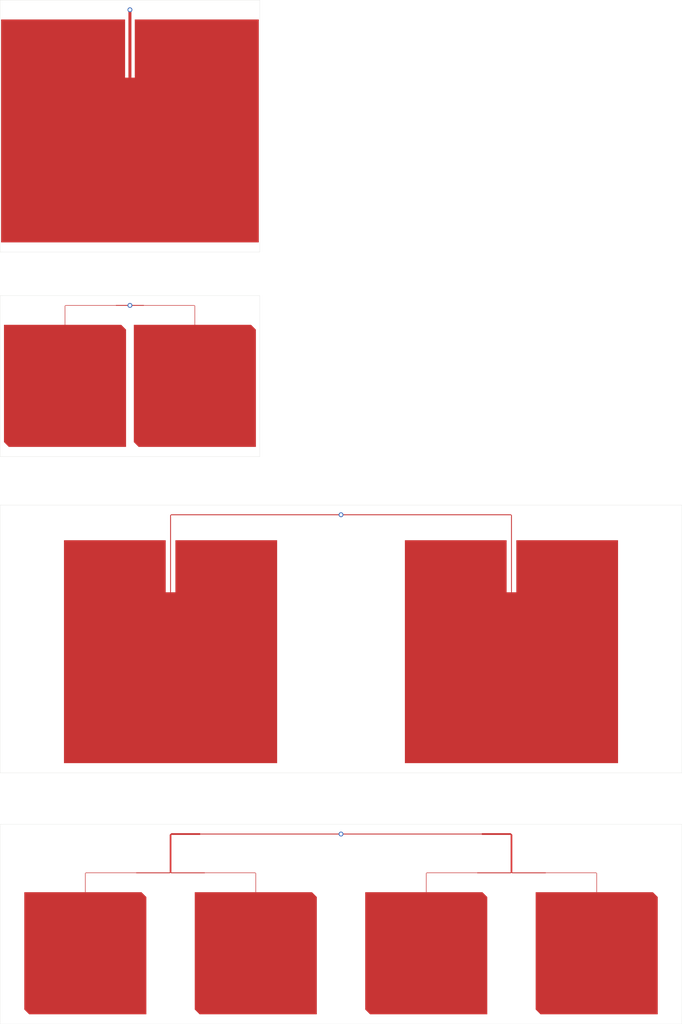
<source format=kicad_pcb>
(kicad_pcb (version 20221018) (generator pcbnew)
  (layers (0 "F.Cu" signal) (31 "B.Cu" signal) (44 "Edge.Cuts" user))
  (net 0 "")
  (net 1 "Antennas")
  (footprint "X2" (layer "F.Cu") (at 195.9292 285.5)
    (fp_text reference "" (at 0 0) (layer "F.SilkS") (effects (font (size 1.27 1.27))))
    (fp_text value "" (at 0 0) (layer "F.SilkS") (effects (font (size 1.27 1.27))))
    (pad "1" thru_hole circle (at 0 0) (size 2.5 2.5) (drill 1.5) (layers "F.Cu") (net 1 "Antennas"))
  )
  (footprint "X0" (layer "F.Cu") (at 87 25)
    (fp_text reference "" (at 0 0) (layer "F.SilkS") (effects (font (size 1.27 1.27))))
    (fp_text value "" (at 0 0) (layer "F.SilkS") (effects (font (size 1.27 1.27))))
    (pad "1" thru_hole circle (at 0 0) (size 2.5 2.5) (drill 1.5) (layers "F.Cu") (net 1 "Antennas"))
  )
  (footprint "X1" (layer "F.Cu") (at 87 177.5)
    (fp_text reference "" (at 0 0) (layer "F.SilkS") (effects (font (size 1.27 1.27))))
    (fp_text value "" (at 0 0) (layer "F.SilkS") (effects (font (size 1.27 1.27))))
    (pad "1" thru_hole circle (at 0 0) (size 2.5 2.5) (drill 1.5) (layers "F.Cu") (net 1 "Antennas"))
  )
  (footprint "X3" (layer "F.Cu") (at 195.9292 450.2127)
    (fp_text reference "" (at 0 0) (layer "F.SilkS") (effects (font (size 1.27 1.27))))
    (fp_text value "" (at 0 0) (layer "F.SilkS") (effects (font (size 1.27 1.27))))
    (pad "1" thru_hole circle (at 0 0) (size 2.5 2.5) (drill 1.5) (layers "F.Cu") (net 1 "Antennas"))
  )
  (gr_line (start 371.8584 445.2127) (end 371.8584 548.2127) (stroke (width 0.1)) (layer "Edge.Cuts"))
  (gr_line (start 371.8584 548.2127) (end 20 548.2127) (stroke (width 0.1)) (layer "Edge.Cuts"))
  (gr_line (start 371.8584 418.6418) (end 20 418.6418) (stroke (width 0.1)) (layer "Edge.Cuts"))
  (gr_line (start 20 255.5) (end 20 172.5) (stroke (width 0.1)) (layer "Edge.Cuts"))
  (gr_line (start 20 280.5) (end 371.8584 280.5) (stroke (width 0.1)) (layer "Edge.Cuts"))
  (gr_line (start 20 172.5) (end 154 172.5) (stroke (width 0.1)) (layer "Edge.Cuts"))
  (gr_line (start 20 548.2127) (end 20 445.2127) (stroke (width 0.1)) (layer "Edge.Cuts"))
  (gr_line (start 154 20) (end 154 150) (stroke (width 0.1)) (layer "Edge.Cuts"))
  (gr_line (start 154 255.5) (end 20 255.5) (stroke (width 0.1)) (layer "Edge.Cuts"))
  (gr_line (start 154 150) (end 20 150) (stroke (width 0.1)) (layer "Edge.Cuts"))
  (gr_line (start 20 150) (end 20 20) (stroke (width 0.1)) (layer "Edge.Cuts"))
  (gr_line (start 154 172.5) (end 154 255.5) (stroke (width 0.1)) (layer "Edge.Cuts"))
  (gr_line (start 20 418.6418) (end 20 280.5) (stroke (width 0.1)) (layer "Edge.Cuts"))
  (gr_line (start 371.8584 280.5) (end 371.8584 418.6418) (stroke (width 0.1)) (layer "Edge.Cuts"))
  (gr_line (start 20 445.2127) (end 371.8584 445.2127) (stroke (width 0.1)) (layer "Edge.Cuts"))
  (gr_line (start 20 20) (end 154 20) (stroke (width 0.1)) (layer "Edge.Cuts"))
  (zone (net 1) (net_name "Antennas") (layer "F.Cu") (connect_pads (clearance 0.3)) (min_thickness 0.05) (fill yes (thermal_gap 0.3) (thermal_bridge_width 0.25))
    (polygon (pts (xy 120.6375 187.5) (xy 120.6375 177.7274) (xy 120.2726 177.3625) (xy 94.26 177.3625) (xy 94.26 177.6375) (xy 120.3625 177.6375) (xy 120.3625 187.5)))
  )
  (zone (net 1) (net_name "Antennas") (layer "F.Cu") (connect_pads (clearance 0.3)) (min_thickness 0.05) (fill yes (thermal_gap 0.3) (thermal_bridge_width 0.25))
    (polygon (pts (xy 90.2223 470.4367) (xy 107.6769 470.4367) (xy 108.1886 469.925) (xy 108.1886 469.9887) (xy 107.7406 469.9887) (xy 90.2223 469.9887)))
  )
  (zone (net 1) (net_name "Antennas") (layer "F.Cu") (connect_pads (clearance 0.3)) (min_thickness 0.05) (fill yes (thermal_gap 0.3) (thermal_bridge_width 0.25))
    (polygon (pts (xy 108.4066 470.2127) (xy 108.4066 450.6547) (xy 123.2946 450.6547) (xy 123.2946 449.7707) (xy 108.3426 449.7707) (xy 107.5226 450.5907) (xy 107.5226 470.2127)))
  )
  (zone (net 1) (net_name "Antennas") (layer "F.Cu") (connect_pads (clearance 0.3)) (min_thickness 0.05) (fill yes (thermal_gap 0.3) (thermal_bridge_width 0.25))
    (polygon (pts (xy 22 187.5) (xy 22 248) (xy 24.5 250.5) (xy 85 250.5) (xy 85 190) (xy 82.5 187.5)))
  )
  (zone (net 1) (net_name "Antennas") (layer "F.Cu") (connect_pads (clearance 0.3)) (min_thickness 0.05) (fill yes (thermal_gap 0.3) (thermal_bridge_width 0.25))
    (polygon (pts (xy 86.5 177) (xy 86.5 178) (xy 87.5 178) (xy 87.5 177)))
  )
  (zone (net 1) (net_name "Antennas") (layer "F.Cu") (connect_pads (clearance 0.3)) (min_thickness 0.05) (fill yes (thermal_gap 0.3) (thermal_bridge_width 0.25))
    (polygon (pts (xy 79.74 177.724) (xy 86.7123 177.724) (xy 87.224 177.2123) (xy 87.224 177.276) (xy 86.776 177.276) (xy 79.74 177.276)))
  )
  (zone (net 1) (net_name "Antennas") (layer "F.Cu") (connect_pads (clearance 0.3)) (min_thickness 0.05) (fill yes (thermal_gap 0.3) (thermal_bridge_width 0.25))
    (polygon (pts (xy 125.7069 469.9887) (xy 108.1886 469.9887) (xy 107.7406 469.9887) (xy 107.7406 469.925) (xy 108.2523 470.4367) (xy 125.7069 470.4367)))
  )
  (zone (net 1) (net_name "Antennas") (layer "F.Cu") (connect_pads (clearance 0.3)) (min_thickness 0.05) (fill yes (thermal_gap 0.3) (thermal_bridge_width 0.25))
    (polygon (pts (xy 20.5 30) (xy 20.5 145) (xy 153.5 145) (xy 153.5 30) (xy 89.5 30) (xy 89.5 60) (xy 84.5 60) (xy 84.5 30)))
  )
  (zone (net 1) (net_name "Antennas") (layer "F.Cu") (connect_pads (clearance 0.3)) (min_thickness 0.05) (fill yes (thermal_gap 0.3) (thermal_bridge_width 0.25))
    (polygon (pts (xy 228.8938 298.6418) (xy 228.8938 413.6418) (xy 338.8938 413.6418) (xy 338.8938 298.6418) (xy 286.3938 298.6418) (xy 286.3938 325.5) (xy 281.3938 325.5) (xy 281.3938 298.6418)))
  )
  (zone (net 1) (net_name "Antennas") (layer "F.Cu") (connect_pads (clearance 0.3)) (min_thickness 0.05) (fill yes (thermal_gap 0.3) (thermal_bridge_width 0.25))
    (polygon (pts (xy 152.0844 480.2127) (xy 152.0844 470.4401) (xy 151.7195 470.0752) (xy 125.7069 470.0752) (xy 125.7069 470.3502) (xy 151.8094 470.3502) (xy 151.8094 480.2127)))
  )
  (zone (net 1) (net_name "Antennas") (layer "F.Cu") (connect_pads (clearance 0.3)) (min_thickness 0.05) (fill yes (thermal_gap 0.3) (thermal_bridge_width 0.25))
    (polygon (pts (xy 123.2946 450.4367) (xy 195.6415 450.4367) (xy 196.1532 449.925) (xy 196.1532 449.9887) (xy 195.7052 449.9887) (xy 123.2946 449.9887)))
  )
  (zone (net 1) (net_name "Antennas") (layer "F.Cu") (connect_pads (clearance 0.3)) (min_thickness 0.05) (fill yes (thermal_gap 0.3) (thermal_bridge_width 0.25))
    (polygon (pts (xy 89 187.5) (xy 89 248) (xy 91.5 250.5) (xy 152 250.5) (xy 152 190) (xy 149.5 187.5)))
  )
  (zone (net 1) (net_name "Antennas") (layer "F.Cu") (connect_pads (clearance 0.3)) (min_thickness 0.05) (fill yes (thermal_gap 0.3) (thermal_bridge_width 0.25))
    (polygon (pts (xy 32.4823 480.2127) (xy 32.4823 540.7127) (xy 34.9823 543.2127) (xy 95.4823 543.2127) (xy 95.4823 482.7127) (xy 92.9823 480.2127)))
  )
  (zone (net 1) (net_name "Antennas") (layer "F.Cu") (connect_pads (clearance 0.3)) (min_thickness 0.05) (fill yes (thermal_gap 0.3) (thermal_bridge_width 0.25))
    (polygon (pts (xy 296.3761 480.2127) (xy 296.3761 540.7127) (xy 298.8761 543.2127) (xy 359.3761 543.2127) (xy 359.3761 482.7127) (xy 356.8761 480.2127)))
  )
  (zone (net 1) (net_name "Antennas") (layer "F.Cu") (connect_pads (clearance 0.3)) (min_thickness 0.05) (fill yes (thermal_gap 0.3) (thermal_bridge_width 0.25))
    (polygon (pts (xy 195.4292 449.7127) (xy 195.4292 450.7127) (xy 196.4292 450.7127) (xy 196.4292 449.7127)))
  )
  (zone (net 1) (net_name "Antennas") (layer "F.Cu") (connect_pads (clearance 0.3)) (min_thickness 0.05) (fill yes (thermal_gap 0.3) (thermal_bridge_width 0.25))
    (polygon (pts (xy 240.049 480.2127) (xy 240.049 470.3502) (xy 266.1515 470.3502) (xy 266.1515 470.0752) (xy 240.1389 470.0752) (xy 239.774 470.4401) (xy 239.774 480.2127)))
  )
  (zone (net 1) (net_name "Antennas") (layer "F.Cu") (connect_pads (clearance 0.3)) (min_thickness 0.05) (fill yes (thermal_gap 0.3) (thermal_bridge_width 0.25))
    (polygon (pts (xy 64.1198 480.2127) (xy 64.1198 470.3502) (xy 90.2223 470.3502) (xy 90.2223 470.0752) (xy 64.2097 470.0752) (xy 63.8448 470.4401) (xy 63.8448 480.2127)))
  )
  (zone (net 1) (net_name "Antennas") (layer "F.Cu") (connect_pads (clearance 0.3)) (min_thickness 0.05) (fill yes (thermal_gap 0.3) (thermal_bridge_width 0.25))
    (polygon (pts (xy 301.6361 469.9887) (xy 284.1178 469.9887) (xy 283.6698 469.9887) (xy 283.6698 469.925) (xy 284.1815 470.4367) (xy 301.6361 470.4367)))
  )
  (zone (net 1) (net_name "Antennas") (layer "F.Cu") (connect_pads (clearance 0.3)) (min_thickness 0.05) (fill yes (thermal_gap 0.3) (thermal_bridge_width 0.25))
    (polygon (pts (xy 284.1178 325.5) (xy 284.1178 285.7877) (xy 283.6061 285.276) (xy 196.1532 285.276) (xy 195.7052 285.276) (xy 195.7052 285.2123) (xy 196.2169 285.724) (xy 283.6698 285.724) (xy 283.6698 325.5)))
  )
  (zone (net 1) (net_name "Antennas") (layer "F.Cu") (connect_pads (clearance 0.3)) (min_thickness 0.05) (fill yes (thermal_gap 0.3) (thermal_bridge_width 0.25))
    (polygon (pts (xy 195.4292 285) (xy 195.4292 286) (xy 196.4292 286) (xy 196.4292 285)))
  )
  (zone (net 1) (net_name "Antennas") (layer "F.Cu") (connect_pads (clearance 0.3)) (min_thickness 0.05) (fill yes (thermal_gap 0.3) (thermal_bridge_width 0.25))
    (polygon (pts (xy 108.1886 325.5) (xy 108.1886 285.724) (xy 195.6415 285.724) (xy 196.1532 285.2123) (xy 196.1532 285.276) (xy 195.7052 285.276) (xy 108.2523 285.276) (xy 107.7406 285.7877) (xy 107.7406 325.5)))
  )
  (zone (net 1) (net_name "Antennas") (layer "F.Cu") (connect_pads (clearance 0.3)) (min_thickness 0.05) (fill yes (thermal_gap 0.3) (thermal_bridge_width 0.25))
    (polygon (pts (xy 284.3358 470.2127) (xy 284.3358 450.5907) (xy 283.5158 449.7707) (xy 268.5638 449.7707) (xy 268.5638 450.6547) (xy 283.4518 450.6547) (xy 283.4518 470.2127)))
  )
  (zone (net 1) (net_name "Antennas") (layer "F.Cu") (connect_pads (clearance 0.3)) (min_thickness 0.05) (fill yes (thermal_gap 0.3) (thermal_bridge_width 0.25))
    (polygon (pts (xy 266.1515 470.4367) (xy 283.6061 470.4367) (xy 284.1178 469.925) (xy 284.1178 469.9887) (xy 283.6698 469.9887) (xy 266.1515 469.9887)))
  )
  (zone (net 1) (net_name "Antennas") (layer "F.Cu") (connect_pads (clearance 0.3)) (min_thickness 0.05) (fill yes (thermal_gap 0.3) (thermal_bridge_width 0.25))
    (polygon (pts (xy 328.0136 480.2127) (xy 328.0136 470.4401) (xy 327.6487 470.0752) (xy 301.6361 470.0752) (xy 301.6361 470.3502) (xy 327.7386 470.3502) (xy 327.7386 480.2127)))
  )
  (zone (net 1) (net_name "Antennas") (layer "F.Cu") (connect_pads (clearance 0.3)) (min_thickness 0.05) (fill yes (thermal_gap 0.3) (thermal_bridge_width 0.25))
    (polygon (pts (xy 268.5638 449.9887) (xy 196.1532 449.9887) (xy 195.7052 449.9887) (xy 195.7052 449.925) (xy 196.2169 450.4367) (xy 268.5638 450.4367)))
  )
  (zone (net 1) (net_name "Antennas") (layer "F.Cu") (connect_pads (clearance 0.3)) (min_thickness 0.05) (fill yes (thermal_gap 0.3) (thermal_bridge_width 0.25))
    (polygon (pts (xy 208.4115 480.2127) (xy 208.4115 540.7127) (xy 210.9115 543.2127) (xy 271.4115 543.2127) (xy 271.4115 482.7127) (xy 268.9115 480.2127)))
  )
  (zone (net 1) (net_name "Antennas") (layer "F.Cu") (connect_pads (clearance 0.3)) (min_thickness 0.05) (fill yes (thermal_gap 0.3) (thermal_bridge_width 0.25))
    (polygon (pts (xy 120.4469 480.2127) (xy 120.4469 540.7127) (xy 122.9469 543.2127) (xy 183.4469 543.2127) (xy 183.4469 482.7127) (xy 180.9469 480.2127)))
  )
  (zone (net 1) (net_name "Antennas") (layer "F.Cu") (connect_pads (clearance 0.3)) (min_thickness 0.05) (fill yes (thermal_gap 0.3) (thermal_bridge_width 0.25))
    (polygon (pts (xy 53.6375 187.5) (xy 53.6375 177.6375) (xy 79.74 177.6375) (xy 79.74 177.3625) (xy 53.7274 177.3625) (xy 53.3625 177.7274) (xy 53.3625 187.5)))
  )
  (zone (net 1) (net_name "Antennas") (layer "F.Cu") (connect_pads (clearance 0.3)) (min_thickness 0.05) (fill yes (thermal_gap 0.3) (thermal_bridge_width 0.25))
    (polygon (pts (xy 86.23 60) (xy 86.23 25) (xy 87.77 25) (xy 87.77 60)))
  )
  (zone (net 1) (net_name "Antennas") (layer "F.Cu") (connect_pads (clearance 0.3)) (min_thickness 0.05) (fill yes (thermal_gap 0.3) (thermal_bridge_width 0.25))
    (polygon (pts (xy 94.26 177.276) (xy 87.224 177.276) (xy 86.776 177.276) (xy 86.776 177.2123) (xy 87.2877 177.724) (xy 94.26 177.724)))
  )
  (zone (net 1) (net_name "Antennas") (layer "F.Cu") (connect_pads (clearance 0.3)) (min_thickness 0.05) (fill yes (thermal_gap 0.3) (thermal_bridge_width 0.25))
    (polygon (pts (xy 86.5 24.5) (xy 86.5 25.5) (xy 87.5 25.5) (xy 87.5 24.5)))
  )
  (zone (net 1) (net_name "Antennas") (layer "F.Cu") (connect_pads (clearance 0.3)) (min_thickness 0.05) (fill yes (thermal_gap 0.3) (thermal_bridge_width 0.25))
    (polygon (pts (xy 52.9646 298.6418) (xy 52.9646 413.6418) (xy 162.9646 413.6418) (xy 162.9646 298.6418) (xy 110.4646 298.6418) (xy 110.4646 325.5) (xy 105.4646 325.5) (xy 105.4646 298.6418)))
  )
)
</source>
